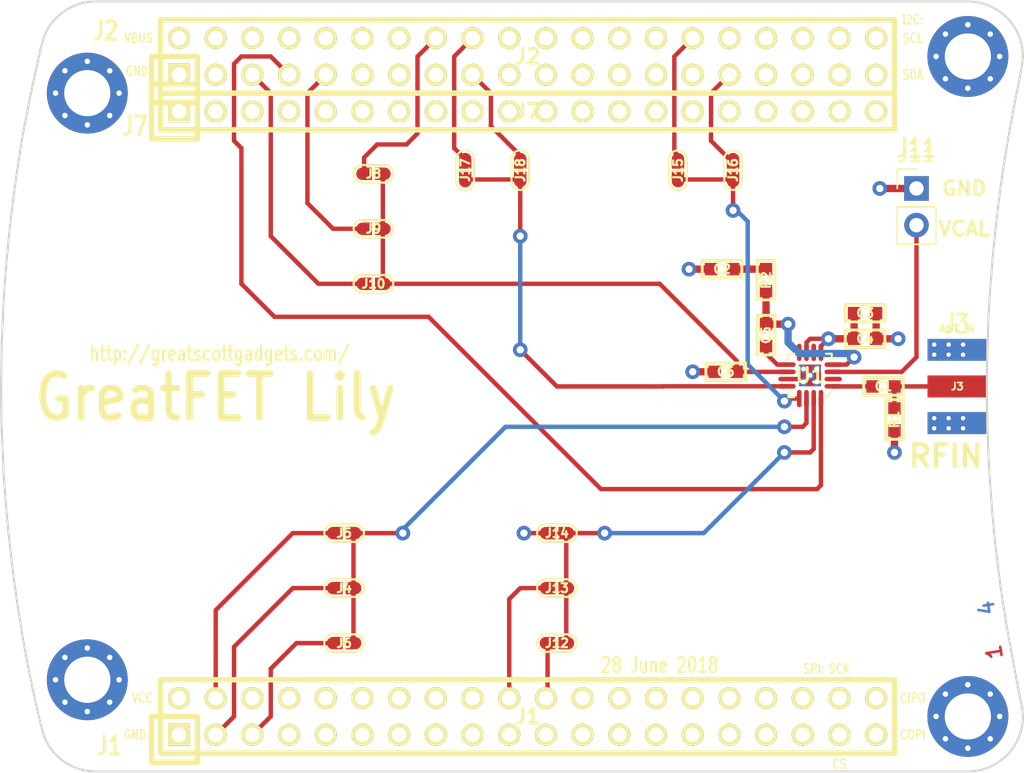
<source format=kicad_pcb>
(kicad_pcb (version 4) (host pcbnew 4.0.7-e2-6376~61~ubuntu18.04.1)
  (layers (0 F.Cu signal) (1 C2.Cu power hide) (2 C3.Cu power hide) (31 B.Cu signal) (34 B.Paste user) (35 F.Paste user) (36 B.SilkS user) (37 F.SilkS user) (38 B.Mask user) (39 F.Mask user) (44 Edge.Cuts user))
  (net 0 "")
  (net 1 GND)
  (net 2 VCC)
  (net 3 /RF_IN)
  (net 4 /P4_9)
  (net 5 /P0_0)
  (net 6 /P4_10)
  (net 7 /P0_1)
  (net 8 /P1_0)
  (net 9 /P5_0)
  (net 10 /P5_1)
  (net 11 /P1_1)
  (net 12 /CLK0)
  (net 13 /P1_2)
  (net 14 /P1_5)
  (net 15 /P5_2)
  (net 16 /P1_7)
  (net 17 /P1_6)
  (net 18 /P1_9)
  (net 19 /P1_8)
  (net 20 /P5_3)
  (net 21 /P1_10)
  (net 22 /P1_12)
  (net 23 /P1_11)
  (net 24 /P5_5)
  (net 25 /P5_4)
  (net 26 /P1_14)
  (net 27 /P1_13)
  (net 28 /P5_6)
  (net 29 /P1_15)
  (net 30 /P5_7)
  (net 31 /P1_16)
  (net 32 /P1_18)
  (net 33 /P1_17)
  (net 34 /P9_5)
  (net 35 /P9_6)
  (net 36 /P2_0)
  (net 37 /P6_0)
  (net 38 /P1_20)
  (net 39 /P1_19)
  (net 40 /P1_4)
  (net 41 /P1_3)
  (net 42 /P4_8)
  (net 43 /P4_0)
  (net 44 /ADC0_0)
  (net 45 /P4_5)
  (net 46 /P4_4)
  (net 47 /P4_2)
  (net 48 /P4_3)
  (net 49 /P4_6)
  (net 50 /P4_7)
  (net 51 /CLK2)
  (net 52 /P2_8)
  (net 53 /P2_7)
  (net 54 /P2_6)
  (net 55 /P7_7)
  (net 56 /WAKEUP0)
  (net 57 /P2_5)
  (net 58 /P2_4)
  (net 59 /P2_3)
  (net 60 /PF_4)
  (net 61 /P3_2)
  (net 62 /P7_2)
  (net 63 /P3_1)
  (net 64 /P7_1)
  (net 65 /P3_0)
  (net 66 /P7_0)
  (net 67 /P3_4)
  (net 68 /P6_8)
  (net 69 /P3_7)
  (net 70 /P6_7)
  (net 71 /P3_3)
  (net 72 /P2_2)
  (net 73 /P6_6)
  (net 74 /P2_1)
  (net 75 /P6_3)
  (net 76 /P3_5)
  (net 77 /P3_6)
  (net 78 /I2C0_SDA)
  (net 79 /I2C0_SCL)
  (net 80 /P6_4)
  (net 81 /P6_5)
  (net 82 /ADC0_5)
  (net 83 /ADC0_2)
  (net 84 /P2_9)
  (net 85 /P2_12)
  (net 86 /P2_13)
  (net 87 /RTC_ALARM)
  (net 88 /RESET)
  (net 89 /VBAT)
  (net 90 /P2_11)
  (net 91 /P2_10)
  (net 92 /P6_10)
  (net 93 /P6_9)
  (net 94 /P6_2)
  (net 95 /P6_1)
  (net 96 /VOUT)
  (net 97 "Net-(C1-Pad2)")
  (net 98 "Net-(C2-Pad1)")
  (net 99 /rms_avg)
  (net 100 "Net-(C5-Pad1)")
  (net 101 /ENBL)
  (net 102 "Net-(U1-Pad6)")
  (net 103 "Net-(U1-Pad2)")
  (net 104 "Net-(U1-Pad8)")
  (net 105 /VBUS)
  (net 106 "Net-(J11-Pad2)")
  (net 107 "Net-(J12-Pad2)")
  (net 108 "Net-(J15-Pad1)")
  (net 109 "Net-(J17-Pad1)")
  (module gsg-modules:HEADER-1x20 (layer F.Cu) (at 146.05 76.2)
    (fp_text reference J7 (at 0 0) (layer F.SilkS) (effects (font (size 1.016 1.016) (thickness 0.2032))))
    (fp_text value BONUS_ROW hide)
    (pad 1 thru_hole rect (at -24.13 0) (size 1.524 1.524) (drill 1.016) (layers *.Cu *.Mask F.SilkS) (net 1 GND))
    (pad 2 thru_hole circle (at -21.59 0) (size 1.524 1.524) (drill 1.016) (layers *.Cu *.Mask F.SilkS) (net 80 /P6_4))
    (pad 3 thru_hole circle (at -19.05 0) (size 1.524 1.524) (drill 1.016) (layers *.Cu *.Mask F.SilkS) (net 81 /P6_5))
    (pad 4 thru_hole circle (at -16.51 0) (size 1.524 1.524) (drill 1.016) (layers *.Cu *.Mask F.SilkS) (net 82 /ADC0_5))
    (pad 5 thru_hole circle (at -13.97 0) (size 1.524 1.524) (drill 1.016) (layers *.Cu *.Mask F.SilkS) (net 83 /ADC0_2))
    (pad 6 thru_hole circle (at -11.43 0) (size 1.524 1.524) (drill 1.016) (layers *.Cu *.Mask F.SilkS) (net 84 /P2_9))
    (pad 7 thru_hole circle (at -8.89 0) (size 1.524 1.524) (drill 1.016) (layers *.Cu *.Mask F.SilkS) (net 85 /P2_12))
    (pad 8 thru_hole circle (at -6.35 0) (size 1.524 1.524) (drill 1.016) (layers *.Cu *.Mask F.SilkS) (net 86 /P2_13))
    (pad 9 thru_hole circle (at -3.81 0) (size 1.524 1.524) (drill 1.016) (layers *.Cu *.Mask F.SilkS) (net 87 /RTC_ALARM))
    (pad 10 thru_hole circle (at -1.27 0) (size 1.524 1.524) (drill 1.016) (layers *.Cu *.Mask F.SilkS) (net 1 GND))
    (pad 11 thru_hole circle (at 1.27 0) (size 1.524 1.524) (drill 1.016) (layers *.Cu *.Mask F.SilkS) (net 88 /RESET))
    (pad 12 thru_hole circle (at 3.81 0) (size 1.524 1.524) (drill 1.016) (layers *.Cu *.Mask F.SilkS) (net 89 /VBAT))
    (pad 13 thru_hole circle (at 6.35 0) (size 1.524 1.524) (drill 1.016) (layers *.Cu *.Mask F.SilkS) (net 90 /P2_11))
    (pad 14 thru_hole circle (at 8.89 0) (size 1.524 1.524) (drill 1.016) (layers *.Cu *.Mask F.SilkS) (net 91 /P2_10))
    (pad 15 thru_hole circle (at 11.43 0) (size 1.524 1.524) (drill 1.016) (layers *.Cu *.Mask F.SilkS) (net 92 /P6_10))
    (pad 16 thru_hole circle (at 13.97 0) (size 1.524 1.524) (drill 1.016) (layers *.Cu *.Mask F.SilkS) (net 93 /P6_9))
    (pad 17 thru_hole circle (at 16.51 0) (size 1.524 1.524) (drill 1.016) (layers *.Cu *.Mask F.SilkS) (net 94 /P6_2))
    (pad 18 thru_hole circle (at 19.05 0) (size 1.524 1.524) (drill 1.016) (layers *.Cu *.Mask F.SilkS) (net 95 /P6_1))
    (pad 19 thru_hole circle (at 21.59 0) (size 1.524 1.524) (drill 1.016) (layers *.Cu *.Mask F.SilkS) (net 1 GND))
    (pad 20 thru_hole circle (at 24.13 0) (size 1.524 1.524) (drill 1.016) (layers *.Cu *.Mask F.SilkS) (net 2 VCC))
  )
  (module gsg-modules:HEADER-2x20 (layer F.Cu) (at 146.05 118.11)
    (fp_text reference J1 (at 0 0) (layer F.SilkS) (effects (font (size 1.016 1.016) (thickness 0.2032))))
    (fp_text value NEIGHBOR1 hide)
    (pad 1 thru_hole rect (at -24.13 1.27) (size 1.524 1.524) (drill 1.016) (layers *.Cu *.Mask F.SilkS) (net 1 GND))
    (pad 2 thru_hole circle (at -24.13 -1.27) (size 1.524 1.524) (drill 1.016) (layers *.Cu *.Mask F.SilkS) (net 2 VCC))
    (pad 3 thru_hole circle (at -21.59 1.27) (size 1.524 1.524) (drill 1.016) (layers *.Cu *.Mask F.SilkS) (net 4 /P4_9))
    (pad 4 thru_hole circle (at -21.59 -1.27) (size 1.524 1.524) (drill 1.016) (layers *.Cu *.Mask F.SilkS) (net 5 /P0_0))
    (pad 5 thru_hole circle (at -19.05 1.27) (size 1.524 1.524) (drill 1.016) (layers *.Cu *.Mask F.SilkS) (net 6 /P4_10))
    (pad 6 thru_hole circle (at -19.05 -1.27) (size 1.524 1.524) (drill 1.016) (layers *.Cu *.Mask F.SilkS) (net 7 /P0_1))
    (pad 7 thru_hole circle (at -16.51 1.27) (size 1.524 1.524) (drill 1.016) (layers *.Cu *.Mask F.SilkS) (net 8 /P1_0))
    (pad 8 thru_hole circle (at -16.51 -1.27) (size 1.524 1.524) (drill 1.016) (layers *.Cu *.Mask F.SilkS) (net 9 /P5_0))
    (pad 9 thru_hole circle (at -13.97 1.27) (size 1.524 1.524) (drill 1.016) (layers *.Cu *.Mask F.SilkS) (net 10 /P5_1))
    (pad 10 thru_hole circle (at -13.97 -1.27) (size 1.524 1.524) (drill 1.016) (layers *.Cu *.Mask F.SilkS) (net 11 /P1_1))
    (pad 11 thru_hole circle (at -11.43 1.27) (size 1.524 1.524) (drill 1.016) (layers *.Cu *.Mask F.SilkS) (net 12 /CLK0))
    (pad 12 thru_hole circle (at -11.43 -1.27) (size 1.524 1.524) (drill 1.016) (layers *.Cu *.Mask F.SilkS) (net 13 /P1_2))
    (pad 13 thru_hole circle (at -8.89 1.27) (size 1.524 1.524) (drill 1.016) (layers *.Cu *.Mask F.SilkS) (net 14 /P1_5))
    (pad 14 thru_hole circle (at -8.89 -1.27) (size 1.524 1.524) (drill 1.016) (layers *.Cu *.Mask F.SilkS) (net 15 /P5_2))
    (pad 15 thru_hole circle (at -6.35 1.27) (size 1.524 1.524) (drill 1.016) (layers *.Cu *.Mask F.SilkS) (net 16 /P1_7))
    (pad 16 thru_hole circle (at -6.35 -1.27) (size 1.524 1.524) (drill 1.016) (layers *.Cu *.Mask F.SilkS) (net 17 /P1_6))
    (pad 17 thru_hole circle (at -3.81 1.27) (size 1.524 1.524) (drill 1.016) (layers *.Cu *.Mask F.SilkS) (net 18 /P1_9))
    (pad 18 thru_hole circle (at -3.81 -1.27) (size 1.524 1.524) (drill 1.016) (layers *.Cu *.Mask F.SilkS) (net 19 /P1_8))
    (pad 19 thru_hole circle (at -1.27 1.27) (size 1.524 1.524) (drill 1.016) (layers *.Cu *.Mask F.SilkS) (net 20 /P5_3))
    (pad 20 thru_hole circle (at -1.27 -1.27) (size 1.524 1.524) (drill 1.016) (layers *.Cu *.Mask F.SilkS) (net 21 /P1_10))
    (pad 21 thru_hole circle (at 1.27 1.27) (size 1.524 1.524) (drill 1.016) (layers *.Cu *.Mask F.SilkS) (net 22 /P1_12))
    (pad 22 thru_hole circle (at 1.27 -1.27) (size 1.524 1.524) (drill 1.016) (layers *.Cu *.Mask F.SilkS) (net 23 /P1_11))
    (pad 23 thru_hole circle (at 3.81 1.27) (size 1.524 1.524) (drill 1.016) (layers *.Cu *.Mask F.SilkS) (net 24 /P5_5))
    (pad 24 thru_hole circle (at 3.81 -1.27) (size 1.524 1.524) (drill 1.016) (layers *.Cu *.Mask F.SilkS) (net 25 /P5_4))
    (pad 25 thru_hole circle (at 6.35 1.27) (size 1.524 1.524) (drill 1.016) (layers *.Cu *.Mask F.SilkS) (net 26 /P1_14))
    (pad 26 thru_hole circle (at 6.35 -1.27) (size 1.524 1.524) (drill 1.016) (layers *.Cu *.Mask F.SilkS) (net 27 /P1_13))
    (pad 27 thru_hole circle (at 8.89 1.27) (size 1.524 1.524) (drill 1.016) (layers *.Cu *.Mask F.SilkS) (net 28 /P5_6))
    (pad 28 thru_hole circle (at 8.89 -1.27) (size 1.524 1.524) (drill 1.016) (layers *.Cu *.Mask F.SilkS) (net 29 /P1_15))
    (pad 29 thru_hole circle (at 11.43 1.27) (size 1.524 1.524) (drill 1.016) (layers *.Cu *.Mask F.SilkS) (net 30 /P5_7))
    (pad 30 thru_hole circle (at 11.43 -1.27) (size 1.524 1.524) (drill 1.016) (layers *.Cu *.Mask F.SilkS) (net 31 /P1_16))
    (pad 31 thru_hole circle (at 13.97 1.27) (size 1.524 1.524) (drill 1.016) (layers *.Cu *.Mask F.SilkS) (net 32 /P1_18))
    (pad 32 thru_hole circle (at 13.97 -1.27) (size 1.524 1.524) (drill 1.016) (layers *.Cu *.Mask F.SilkS) (net 33 /P1_17))
    (pad 33 thru_hole circle (at 16.51 1.27) (size 1.524 1.524) (drill 1.016) (layers *.Cu *.Mask F.SilkS) (net 34 /P9_5))
    (pad 34 thru_hole circle (at 16.51 -1.27) (size 1.524 1.524) (drill 1.016) (layers *.Cu *.Mask F.SilkS) (net 35 /P9_6))
    (pad 35 thru_hole circle (at 19.05 1.27) (size 1.524 1.524) (drill 1.016) (layers *.Cu *.Mask F.SilkS) (net 36 /P2_0))
    (pad 36 thru_hole circle (at 19.05 -1.27) (size 1.524 1.524) (drill 1.016) (layers *.Cu *.Mask F.SilkS) (net 37 /P6_0))
    (pad 37 thru_hole circle (at 21.59 1.27) (size 1.524 1.524) (drill 1.016) (layers *.Cu *.Mask F.SilkS) (net 38 /P1_20))
    (pad 38 thru_hole circle (at 21.59 -1.27) (size 1.524 1.524) (drill 1.016) (layers *.Cu *.Mask F.SilkS) (net 39 /P1_19))
    (pad 39 thru_hole circle (at 24.13 1.27) (size 1.524 1.524) (drill 1.016) (layers *.Cu *.Mask F.SilkS) (net 40 /P1_4))
    (pad 40 thru_hole circle (at 24.13 -1.27) (size 1.524 1.524) (drill 1.016) (layers *.Cu *.Mask F.SilkS) (net 41 /P1_3))
  )
  (module gsg-modules:HEADER-2x20 (layer F.Cu) (at 146.05 72.39)
    (fp_text reference J2 (at 0 0) (layer F.SilkS) (effects (font (size 1.016 1.016) (thickness 0.2032))))
    (fp_text value NEIGHBOR2 hide)
    (pad 1 thru_hole rect (at -24.13 1.27) (size 1.524 1.524) (drill 1.016) (layers *.Cu *.Mask F.SilkS) (net 1 GND))
    (pad 2 thru_hole circle (at -24.13 -1.27) (size 1.524 1.524) (drill 1.016) (layers *.Cu *.Mask F.SilkS) (net 105 /VBUS))
    (pad 3 thru_hole circle (at -21.59 1.27) (size 1.524 1.524) (drill 1.016) (layers *.Cu *.Mask F.SilkS) (net 42 /P4_8))
    (pad 4 thru_hole circle (at -21.59 -1.27) (size 1.524 1.524) (drill 1.016) (layers *.Cu *.Mask F.SilkS) (net 43 /P4_0))
    (pad 5 thru_hole circle (at -19.05 1.27) (size 1.524 1.524) (drill 1.016) (layers *.Cu *.Mask F.SilkS) (net 44 /ADC0_0))
    (pad 6 thru_hole circle (at -19.05 -1.27) (size 1.524 1.524) (drill 1.016) (layers *.Cu *.Mask F.SilkS) (net 45 /P4_5))
    (pad 7 thru_hole circle (at -16.51 1.27) (size 1.524 1.524) (drill 1.016) (layers *.Cu *.Mask F.SilkS) (net 46 /P4_4))
    (pad 8 thru_hole circle (at -16.51 -1.27) (size 1.524 1.524) (drill 1.016) (layers *.Cu *.Mask F.SilkS) (net 47 /P4_2))
    (pad 9 thru_hole circle (at -13.97 1.27) (size 1.524 1.524) (drill 1.016) (layers *.Cu *.Mask F.SilkS) (net 48 /P4_3))
    (pad 10 thru_hole circle (at -13.97 -1.27) (size 1.524 1.524) (drill 1.016) (layers *.Cu *.Mask F.SilkS) (net 49 /P4_6))
    (pad 11 thru_hole circle (at -11.43 1.27) (size 1.524 1.524) (drill 1.016) (layers *.Cu *.Mask F.SilkS) (net 50 /P4_7))
    (pad 12 thru_hole circle (at -11.43 -1.27) (size 1.524 1.524) (drill 1.016) (layers *.Cu *.Mask F.SilkS) (net 51 /CLK2))
    (pad 13 thru_hole circle (at -8.89 1.27) (size 1.524 1.524) (drill 1.016) (layers *.Cu *.Mask F.SilkS) (net 52 /P2_8))
    (pad 14 thru_hole circle (at -8.89 -1.27) (size 1.524 1.524) (drill 1.016) (layers *.Cu *.Mask F.SilkS) (net 53 /P2_7))
    (pad 15 thru_hole circle (at -6.35 1.27) (size 1.524 1.524) (drill 1.016) (layers *.Cu *.Mask F.SilkS) (net 54 /P2_6))
    (pad 16 thru_hole circle (at -6.35 -1.27) (size 1.524 1.524) (drill 1.016) (layers *.Cu *.Mask F.SilkS) (net 55 /P7_7))
    (pad 17 thru_hole circle (at -3.81 1.27) (size 1.524 1.524) (drill 1.016) (layers *.Cu *.Mask F.SilkS) (net 56 /WAKEUP0))
    (pad 18 thru_hole circle (at -3.81 -1.27) (size 1.524 1.524) (drill 1.016) (layers *.Cu *.Mask F.SilkS) (net 57 /P2_5))
    (pad 19 thru_hole circle (at -1.27 1.27) (size 1.524 1.524) (drill 1.016) (layers *.Cu *.Mask F.SilkS) (net 58 /P2_4))
    (pad 20 thru_hole circle (at -1.27 -1.27) (size 1.524 1.524) (drill 1.016) (layers *.Cu *.Mask F.SilkS) (net 59 /P2_3))
    (pad 21 thru_hole circle (at 1.27 1.27) (size 1.524 1.524) (drill 1.016) (layers *.Cu *.Mask F.SilkS) (net 60 /PF_4))
    (pad 22 thru_hole circle (at 1.27 -1.27) (size 1.524 1.524) (drill 1.016) (layers *.Cu *.Mask F.SilkS) (net 61 /P3_2))
    (pad 23 thru_hole circle (at 3.81 1.27) (size 1.524 1.524) (drill 1.016) (layers *.Cu *.Mask F.SilkS) (net 62 /P7_2))
    (pad 24 thru_hole circle (at 3.81 -1.27) (size 1.524 1.524) (drill 1.016) (layers *.Cu *.Mask F.SilkS) (net 63 /P3_1))
    (pad 25 thru_hole circle (at 6.35 1.27) (size 1.524 1.524) (drill 1.016) (layers *.Cu *.Mask F.SilkS) (net 64 /P7_1))
    (pad 26 thru_hole circle (at 6.35 -1.27) (size 1.524 1.524) (drill 1.016) (layers *.Cu *.Mask F.SilkS) (net 65 /P3_0))
    (pad 27 thru_hole circle (at 8.89 1.27) (size 1.524 1.524) (drill 1.016) (layers *.Cu *.Mask F.SilkS) (net 66 /P7_0))
    (pad 28 thru_hole circle (at 8.89 -1.27) (size 1.524 1.524) (drill 1.016) (layers *.Cu *.Mask F.SilkS) (net 67 /P3_4))
    (pad 29 thru_hole circle (at 11.43 1.27) (size 1.524 1.524) (drill 1.016) (layers *.Cu *.Mask F.SilkS) (net 68 /P6_8))
    (pad 30 thru_hole circle (at 11.43 -1.27) (size 1.524 1.524) (drill 1.016) (layers *.Cu *.Mask F.SilkS) (net 69 /P3_7))
    (pad 31 thru_hole circle (at 13.97 1.27) (size 1.524 1.524) (drill 1.016) (layers *.Cu *.Mask F.SilkS) (net 70 /P6_7))
    (pad 32 thru_hole circle (at 13.97 -1.27) (size 1.524 1.524) (drill 1.016) (layers *.Cu *.Mask F.SilkS) (net 71 /P3_3))
    (pad 33 thru_hole circle (at 16.51 1.27) (size 1.524 1.524) (drill 1.016) (layers *.Cu *.Mask F.SilkS) (net 72 /P2_2))
    (pad 34 thru_hole circle (at 16.51 -1.27) (size 1.524 1.524) (drill 1.016) (layers *.Cu *.Mask F.SilkS) (net 73 /P6_6))
    (pad 35 thru_hole circle (at 19.05 1.27) (size 1.524 1.524) (drill 1.016) (layers *.Cu *.Mask F.SilkS) (net 74 /P2_1))
    (pad 36 thru_hole circle (at 19.05 -1.27) (size 1.524 1.524) (drill 1.016) (layers *.Cu *.Mask F.SilkS) (net 75 /P6_3))
    (pad 37 thru_hole circle (at 21.59 1.27) (size 1.524 1.524) (drill 1.016) (layers *.Cu *.Mask F.SilkS) (net 76 /P3_5))
    (pad 38 thru_hole circle (at 21.59 -1.27) (size 1.524 1.524) (drill 1.016) (layers *.Cu *.Mask F.SilkS) (net 77 /P3_6))
    (pad 39 thru_hole circle (at 24.13 1.27) (size 1.524 1.524) (drill 1.016) (layers *.Cu *.Mask F.SilkS) (net 78 /I2C0_SDA))
    (pad 40 thru_hole circle (at 24.13 -1.27) (size 1.524 1.524) (drill 1.016) (layers *.Cu *.Mask F.SilkS) (net 79 /I2C0_SCL))
  )
  (module gsg-modules:HOLE126MIL-COPPER (layer F.Cu) (at 115.57 74.93)
    (fp_text reference MH1 hide)
    (fp_text value MOUNTING_HOLE hide)
    (pad 1 thru_hole circle (at 0 0) (size 5.6 5.6) (drill 3.2004) (layers *.Cu *.Mask) (net 1 GND))
    (pad 1 thru_hole circle (at 0 -2.2) (size 0.6 0.6) (drill 0.381) (layers *.Cu *.Mask) (net 1 GND))
    (pad 1 thru_hole circle (at -2.2 0) (size 0.6 0.6) (drill 0.381) (layers *.Cu *.Mask) (net 1 GND))
    (pad 1 thru_hole circle (at 0 2.2) (size 0.6 0.6) (drill 0.381) (layers *.Cu *.Mask) (net 1 GND))
    (pad 1 thru_hole circle (at 2.2 0) (size 0.6 0.6) (drill 0.381) (layers *.Cu *.Mask) (net 1 GND))
    (pad 1 thru_hole circle (at 1.55 -1.55) (size 0.6 0.6) (drill 0.381) (layers *.Cu *.Mask) (net 1 GND))
    (pad 1 thru_hole circle (at -1.55 -1.55) (size 0.6 0.6) (drill 0.381) (layers *.Cu *.Mask) (net 1 GND))
    (pad 1 thru_hole circle (at -1.55 1.55) (size 0.6 0.6) (drill 0.381) (layers *.Cu *.Mask) (net 1 GND))
    (pad 1 thru_hole circle (at 1.55 1.55) (size 0.6 0.6) (drill 0.381) (layers *.Cu *.Mask) (net 1 GND))
  )
  (module gsg-modules:HOLE126MIL-COPPER (layer F.Cu) (at 115.57 115.57)
    (fp_text reference MH2 hide)
    (fp_text value MOUNTING_HOLE hide)
    (pad 1 thru_hole circle (at 0 0) (size 5.6 5.6) (drill 3.2004) (layers *.Cu *.Mask) (net 1 GND))
    (pad 1 thru_hole circle (at 0 -2.2) (size 0.6 0.6) (drill 0.381) (layers *.Cu *.Mask) (net 1 GND))
    (pad 1 thru_hole circle (at -2.2 0) (size 0.6 0.6) (drill 0.381) (layers *.Cu *.Mask) (net 1 GND))
    (pad 1 thru_hole circle (at 0 2.2) (size 0.6 0.6) (drill 0.381) (layers *.Cu *.Mask) (net 1 GND))
    (pad 1 thru_hole circle (at 2.2 0) (size 0.6 0.6) (drill 0.381) (layers *.Cu *.Mask) (net 1 GND))
    (pad 1 thru_hole circle (at 1.55 -1.55) (size 0.6 0.6) (drill 0.381) (layers *.Cu *.Mask) (net 1 GND))
    (pad 1 thru_hole circle (at -1.55 -1.55) (size 0.6 0.6) (drill 0.381) (layers *.Cu *.Mask) (net 1 GND))
    (pad 1 thru_hole circle (at -1.55 1.55) (size 0.6 0.6) (drill 0.381) (layers *.Cu *.Mask) (net 1 GND))
    (pad 1 thru_hole circle (at 1.55 1.55) (size 0.6 0.6) (drill 0.381) (layers *.Cu *.Mask) (net 1 GND))
  )
  (module gsg-modules:HOLE126MIL-COPPER (layer F.Cu) (at 176.53 118.11)
    (fp_text reference MH3 hide)
    (fp_text value MOUNTING_HOLE hide)
    (pad 1 thru_hole circle (at 0 0) (size 5.6 5.6) (drill 3.2004) (layers *.Cu *.Mask) (net 1 GND))
    (pad 1 thru_hole circle (at 0 -2.2) (size 0.6 0.6) (drill 0.381) (layers *.Cu *.Mask) (net 1 GND))
    (pad 1 thru_hole circle (at -2.2 0) (size 0.6 0.6) (drill 0.381) (layers *.Cu *.Mask) (net 1 GND))
    (pad 1 thru_hole circle (at 0 2.2) (size 0.6 0.6) (drill 0.381) (layers *.Cu *.Mask) (net 1 GND))
    (pad 1 thru_hole circle (at 2.2 0) (size 0.6 0.6) (drill 0.381) (layers *.Cu *.Mask) (net 1 GND))
    (pad 1 thru_hole circle (at 1.55 -1.55) (size 0.6 0.6) (drill 0.381) (layers *.Cu *.Mask) (net 1 GND))
    (pad 1 thru_hole circle (at -1.55 -1.55) (size 0.6 0.6) (drill 0.381) (layers *.Cu *.Mask) (net 1 GND))
    (pad 1 thru_hole circle (at -1.55 1.55) (size 0.6 0.6) (drill 0.381) (layers *.Cu *.Mask) (net 1 GND))
    (pad 1 thru_hole circle (at 1.55 1.55) (size 0.6 0.6) (drill 0.381) (layers *.Cu *.Mask) (net 1 GND))
  )
  (module gsg-modules:HOLE126MIL-COPPER (layer F.Cu) (at 176.53 72.39)
    (fp_text reference MH4 hide)
    (fp_text value MOUNTING_HOLE hide)
    (pad 1 thru_hole circle (at 0 0) (size 5.6 5.6) (drill 3.2004) (layers *.Cu *.Mask) (net 1 GND))
    (pad 1 thru_hole circle (at 0 -2.2) (size 0.6 0.6) (drill 0.381) (layers *.Cu *.Mask) (net 1 GND))
    (pad 1 thru_hole circle (at -2.2 0) (size 0.6 0.6) (drill 0.381) (layers *.Cu *.Mask) (net 1 GND))
    (pad 1 thru_hole circle (at 0 2.2) (size 0.6 0.6) (drill 0.381) (layers *.Cu *.Mask) (net 1 GND))
    (pad 1 thru_hole circle (at 2.2 0) (size 0.6 0.6) (drill 0.381) (layers *.Cu *.Mask) (net 1 GND))
    (pad 1 thru_hole circle (at 1.55 -1.55) (size 0.6 0.6) (drill 0.381) (layers *.Cu *.Mask) (net 1 GND))
    (pad 1 thru_hole circle (at -1.55 -1.55) (size 0.6 0.6) (drill 0.381) (layers *.Cu *.Mask) (net 1 GND))
    (pad 1 thru_hole circle (at -1.55 1.55) (size 0.6 0.6) (drill 0.381) (layers *.Cu *.Mask) (net 1 GND))
    (pad 1 thru_hole circle (at 1.55 1.55) (size 0.6 0.6) (drill 0.381) (layers *.Cu *.Mask) (net 1 GND))
  )
  (module gsg-modules:SMA-EDGE (layer F.Cu) (at 177.8 95.25 180)
    (fp_text reference J3 (at 1.99898 0 180) (layer F.SilkS) (effects (font (size 0.50038 0.50038) (thickness 0.12446))))
    (fp_text value ANT_IN (at 1.99898 4.0005 180) (layer F.SilkS) (effects (font (size 0.50038 0.50038) (thickness 0.12446))))
    (pad 1 smd rect (at 2.032 0 180) (size 4.064 1.524) (layers F.Cu F.Mask) (net 97 "Net-(C1-Pad2)"))
    (pad 2 smd rect (at 2.032 -2.54 180) (size 4.064 1.524) (layers F.Cu F.Mask) (net 1 GND))
    (pad 2 smd rect (at 2.032 2.54 180) (size 4.064 1.524) (layers B.Cu) (net 1 GND))
    (pad 2 smd rect (at 2.032 -2.54 180) (size 4.064 1.524) (layers B.Cu) (net 1 GND))
    (pad 2 smd rect (at 2.032 2.54 180) (size 4.064 1.524) (layers F.Cu F.Mask) (net 1 GND))
    (pad 2 thru_hole circle (at 3.6 -2.2 180) (size 0.762 0.762) (drill 0.3048) (layers *.Cu *.Mask) (net 1 GND))
    (pad 2 thru_hole circle (at 3.6 -2.9 180) (size 0.762 0.762) (drill 0.3048) (layers *.Cu *.Mask) (net 1 GND))
    (pad 2 thru_hole circle (at 2.6 -2.2 180) (size 0.762 0.762) (drill 0.3048) (layers *.Cu *.Mask) (net 1 GND))
    (pad 2 thru_hole circle (at 1.6 -2.2 180) (size 0.762 0.762) (drill 0.3048) (layers *.Cu *.Mask) (net 1 GND))
    (pad 2 thru_hole circle (at 1.6 -2.9 180) (size 0.762 0.762) (drill 0.3048) (layers *.Cu *.Mask) (net 1 GND))
    (pad 2 thru_hole circle (at 2.6 -2.9 180) (size 0.762 0.762) (drill 0.3048) (layers *.Cu *.Mask) (net 1 GND))
    (pad 2 thru_hole circle (at 3.6 2.2 180) (size 0.762 0.762) (drill 0.3048) (layers *.Cu *.Mask) (net 1 GND))
    (pad 2 thru_hole circle (at 2.6 2.2 180) (size 0.762 0.762) (drill 0.3048) (layers *.Cu *.Mask) (net 1 GND))
    (pad 2 thru_hole circle (at 1.6 2.2 180) (size 0.762 0.762) (drill 0.3048) (layers *.Cu *.Mask) (net 1 GND))
    (pad 2 thru_hole circle (at 1.6 2.9 180) (size 0.762 0.762) (drill 0.3048) (layers *.Cu *.Mask) (net 1 GND))
    (pad 2 thru_hole circle (at 2.6 2.9 180) (size 0.762 0.762) (drill 0.3048) (layers *.Cu *.Mask) (net 1 GND))
    (pad 2 thru_hole circle (at 3.6 2.9 180) (size 0.762 0.762) (drill 0.3048) (layers *.Cu *.Mask) (net 1 GND))
  )
  (module gsg-modules:0603 (layer F.Cu) (at 170.688 95.25)
    (fp_text reference C1 (at 0 0) (layer F.SilkS) (effects (font (size 0.6096 0.6096) (thickness 0.1524))))
    (fp_text value 470nF hide)
    (pad 2 smd rect (at 0.762 0) (size 0.8636 0.8636) (layers F.Cu F.Paste F.Mask) (net 97 "Net-(C1-Pad2)"))
    (pad 1 smd rect (at -0.762 0) (size 0.8636 0.8636) (layers F.Cu F.Paste F.Mask) (net 3 /RF_IN))
  )
  (module gsg-modules:0603 (layer F.Cu) (at 159.512 87.122 180)
    (fp_text reference C2 (at 0 0 180) (layer F.SilkS) (effects (font (size 0.6096 0.6096) (thickness 0.1524))))
    (fp_text value 100nF hide)
    (pad 2 smd rect (at 0.762 0 180) (size 0.8636 0.8636) (layers F.Cu F.Paste F.Mask) (net 1 GND))
    (pad 1 smd rect (at -0.762 0 180) (size 0.8636 0.8636) (layers F.Cu F.Paste F.Mask) (net 98 "Net-(C2-Pad1)"))
  )
  (module gsg-modules:0603 (layer F.Cu) (at 169.418 90.17)
    (fp_text reference C3 (at 0 0) (layer F.SilkS) (effects (font (size 0.6096 0.6096) (thickness 0.1524))))
    (fp_text value 100nF hide)
    (pad 2 smd rect (at 0.762 0) (size 0.8636 0.8636) (layers F.Cu F.Paste F.Mask) (net 1 GND))
    (pad 1 smd rect (at -0.762 0) (size 0.8636 0.8636) (layers F.Cu F.Paste F.Mask) (net 2 VCC))
  )
  (module gsg-modules:0603 (layer F.Cu) (at 169.418 91.948)
    (fp_text reference C4 (at 0 0) (layer F.SilkS) (effects (font (size 0.6096 0.6096) (thickness 0.1524))))
    (fp_text value 100pF hide)
    (pad 2 smd rect (at 0.762 0) (size 0.8636 0.8636) (layers F.Cu F.Paste F.Mask) (net 1 GND))
    (pad 1 smd rect (at -0.762 0) (size 0.8636 0.8636) (layers F.Cu F.Paste F.Mask) (net 2 VCC))
  )
  (module gsg-modules:0603 (layer F.Cu) (at 162.56 91.694 90)
    (fp_text reference C5 (at 0 0 90) (layer F.SilkS) (effects (font (size 0.6096 0.6096) (thickness 0.1524))))
    (fp_text value 100nF hide)
    (pad 2 smd rect (at 0.762 0 90) (size 0.8636 0.8636) (layers F.Cu F.Paste F.Mask) (net 99 /rms_avg))
    (pad 1 smd rect (at -0.762 0 90) (size 0.8636 0.8636) (layers F.Cu F.Paste F.Mask) (net 100 "Net-(C5-Pad1)"))
  )
  (module gsg-modules:0603 (layer F.Cu) (at 159.766 94.234 180)
    (fp_text reference C6 (at 0 0 180) (layer F.SilkS) (effects (font (size 0.6096 0.6096) (thickness 0.1524))))
    (fp_text value 10nF hide)
    (pad 2 smd rect (at 0.762 0 180) (size 0.8636 0.8636) (layers F.Cu F.Paste F.Mask) (net 1 GND))
    (pad 1 smd rect (at -0.762 0 180) (size 0.8636 0.8636) (layers F.Cu F.Paste F.Mask) (net 96 /VOUT))
  )
  (module gsg-modules:0603-JUMPER (layer F.Cu) (at 133.35 109.22 180)
    (fp_text reference J4 (at 0 0 180) (layer F.SilkS) (effects (font (size 0.6096 0.6096) (thickness 0.1524))))
    (fp_text value TEST_2P hide)
    (pad 1 smd oval (at -0.6477 0 180) (size 1.0922 0.8636) (layers F.Cu F.Mask) (net 101 /ENBL))
    (pad 2 smd rect (at 0.3556 0 180) (size 0.508 0.8636) (layers F.Cu F.Mask) (net 4 /P4_9))
    (pad 1 smd rect (at -0.3556 0 180) (size 0.508 0.8636) (layers F.Cu F.Mask) (net 101 /ENBL))
    (pad 2 smd oval (at 0.6477 0 180) (size 1.0922 0.8636) (layers F.Cu F.Mask) (net 4 /P4_9))
  )
  (module gsg-modules:0603-JUMPER (layer F.Cu) (at 133.35 105.41 180)
    (fp_text reference J5 (at 0 0 180) (layer F.SilkS) (effects (font (size 0.6096 0.6096) (thickness 0.1524))))
    (fp_text value TEST_2P hide)
    (pad 1 smd oval (at -0.6477 0 180) (size 1.0922 0.8636) (layers F.Cu F.Mask) (net 101 /ENBL))
    (pad 2 smd rect (at 0.3556 0 180) (size 0.508 0.8636) (layers F.Cu F.Mask) (net 5 /P0_0))
    (pad 1 smd rect (at -0.3556 0 180) (size 0.508 0.8636) (layers F.Cu F.Mask) (net 101 /ENBL))
    (pad 2 smd oval (at 0.6477 0 180) (size 1.0922 0.8636) (layers F.Cu F.Mask) (net 5 /P0_0))
  )
  (module gsg-modules:0603-JUMPER (layer F.Cu) (at 133.35 113.03 180)
    (fp_text reference J6 (at 0 0 180) (layer F.SilkS) (effects (font (size 0.6096 0.6096) (thickness 0.1524))))
    (fp_text value TEST_2P hide)
    (pad 1 smd oval (at -0.6477 0 180) (size 1.0922 0.8636) (layers F.Cu F.Mask) (net 101 /ENBL))
    (pad 2 smd rect (at 0.3556 0 180) (size 0.508 0.8636) (layers F.Cu F.Mask) (net 6 /P4_10))
    (pad 1 smd rect (at -0.3556 0 180) (size 0.508 0.8636) (layers F.Cu F.Mask) (net 101 /ENBL))
    (pad 2 smd oval (at 0.6477 0 180) (size 1.0922 0.8636) (layers F.Cu F.Mask) (net 6 /P4_10))
  )
  (module gsg-modules:0603-JUMPER (layer F.Cu) (at 135.382 80.518 180)
    (fp_text reference J8 (at 0 0 180) (layer F.SilkS) (effects (font (size 0.6096 0.6096) (thickness 0.1524))))
    (fp_text value TEST_2P hide)
    (pad 1 smd oval (at -0.6477 0 180) (size 1.0922 0.8636) (layers F.Cu F.Mask) (net 96 /VOUT))
    (pad 2 smd rect (at 0.3556 0 180) (size 0.508 0.8636) (layers F.Cu F.Mask) (net 55 /P7_7))
    (pad 1 smd rect (at -0.3556 0 180) (size 0.508 0.8636) (layers F.Cu F.Mask) (net 96 /VOUT))
    (pad 2 smd oval (at 0.6477 0 180) (size 1.0922 0.8636) (layers F.Cu F.Mask) (net 55 /P7_7))
  )
  (module gsg-modules:0603-JUMPER (layer F.Cu) (at 135.382 84.328 180)
    (fp_text reference J9 (at 0 0 180) (layer F.SilkS) (effects (font (size 0.6096 0.6096) (thickness 0.1524))))
    (fp_text value TEST_2P hide)
    (pad 1 smd oval (at -0.6477 0 180) (size 1.0922 0.8636) (layers F.Cu F.Mask) (net 96 /VOUT))
    (pad 2 smd rect (at 0.3556 0 180) (size 0.508 0.8636) (layers F.Cu F.Mask) (net 48 /P4_3))
    (pad 1 smd rect (at -0.3556 0 180) (size 0.508 0.8636) (layers F.Cu F.Mask) (net 96 /VOUT))
    (pad 2 smd oval (at 0.6477 0 180) (size 1.0922 0.8636) (layers F.Cu F.Mask) (net 48 /P4_3))
  )
  (module gsg-modules:0603-JUMPER (layer F.Cu) (at 135.382 88.138 180)
    (fp_text reference J10 (at 0 0 180) (layer F.SilkS) (effects (font (size 0.6096 0.6096) (thickness 0.1524))))
    (fp_text value TEST_2P hide)
    (pad 1 smd oval (at -0.6477 0 180) (size 1.0922 0.8636) (layers F.Cu F.Mask) (net 96 /VOUT))
    (pad 2 smd rect (at 0.3556 0 180) (size 0.508 0.8636) (layers F.Cu F.Mask) (net 44 /ADC0_0))
    (pad 1 smd rect (at -0.3556 0 180) (size 0.508 0.8636) (layers F.Cu F.Mask) (net 96 /VOUT))
    (pad 2 smd oval (at 0.6477 0 180) (size 1.0922 0.8636) (layers F.Cu F.Mask) (net 44 /ADC0_0))
  )
  (module gsg-modules:0603 (layer F.Cu) (at 171.45 97.536 270)
    (fp_text reference R1 (at 0 0 270) (layer F.SilkS) (effects (font (size 0.6096 0.6096) (thickness 0.1524))))
    (fp_text value 82.5 hide)
    (pad 2 smd rect (at 0.762 0 270) (size 0.8636 0.8636) (layers F.Cu F.Paste F.Mask) (net 1 GND))
    (pad 1 smd rect (at -0.762 0 270) (size 0.8636 0.8636) (layers F.Cu F.Paste F.Mask) (net 97 "Net-(C1-Pad2)"))
  )
  (module gsg-modules:0603 (layer F.Cu) (at 162.56 87.884 90)
    (fp_text reference R2 (at 0 0 90) (layer F.SilkS) (effects (font (size 0.6096 0.6096) (thickness 0.1524))))
    (fp_text value 4.02 hide)
    (pad 2 smd rect (at 0.762 0 90) (size 0.8636 0.8636) (layers F.Cu F.Paste F.Mask) (net 98 "Net-(C2-Pad1)"))
    (pad 1 smd rect (at -0.762 0 90) (size 0.8636 0.8636) (layers F.Cu F.Paste F.Mask) (net 99 /rms_avg))
  )
  (module Pin_Headers:Pin_Header_Straight_1x02_Pitch2.54mm (layer F.Cu) (at 172.974 81.534)
    (fp_text reference J11 (at 0 -2.33) (layer F.SilkS))
    (fp_text value Conn_01x02)
    (pad 1 thru_hole rect (at 0 0) (size 1.7 1.7) (drill 1) (layers *.Cu *.Mask) (net 1 GND))
    (pad 2 thru_hole oval (at 0 2.54) (size 1.7 1.7) (drill 1) (layers *.Cu *.Mask) (net 106 "Net-(J11-Pad2)"))
  )
  (module gsg-modules:0603-JUMPER (layer F.Cu) (at 148.082 113.03)
    (fp_text reference J12 (at 0 0) (layer F.SilkS) (effects (font (size 0.6096 0.6096) (thickness 0.1524))))
    (fp_text value TEST_2P hide)
    (pad 1 smd oval (at -0.6477 0) (size 1.0922 0.8636) (layers F.Cu F.Mask) (net 23 /P1_11))
    (pad 2 smd rect (at 0.3556 0) (size 0.508 0.8636) (layers F.Cu F.Mask) (net 107 "Net-(J12-Pad2)"))
    (pad 1 smd rect (at -0.3556 0) (size 0.508 0.8636) (layers F.Cu F.Mask) (net 23 /P1_11))
    (pad 2 smd oval (at 0.6477 0) (size 1.0922 0.8636) (layers F.Cu F.Mask) (net 107 "Net-(J12-Pad2)"))
  )
  (module gsg-modules:0603-JUMPER (layer F.Cu) (at 148.082 109.22)
    (fp_text reference J13 (at 0 0) (layer F.SilkS) (effects (font (size 0.6096 0.6096) (thickness 0.1524))))
    (fp_text value TEST_2P hide)
    (pad 1 smd oval (at -0.6477 0) (size 1.0922 0.8636) (layers F.Cu F.Mask) (net 21 /P1_10))
    (pad 2 smd rect (at 0.3556 0) (size 0.508 0.8636) (layers F.Cu F.Mask) (net 107 "Net-(J12-Pad2)"))
    (pad 1 smd rect (at -0.3556 0) (size 0.508 0.8636) (layers F.Cu F.Mask) (net 21 /P1_10))
    (pad 2 smd oval (at 0.6477 0) (size 1.0922 0.8636) (layers F.Cu F.Mask) (net 107 "Net-(J12-Pad2)"))
  )
  (module gsg-modules:0603-JUMPER (layer F.Cu) (at 148.082 105.41)
    (fp_text reference J14 (at 0 0) (layer F.SilkS) (effects (font (size 0.6096 0.6096) (thickness 0.1524))))
    (fp_text value TEST_2P hide)
    (pad 1 smd oval (at -0.6477 0) (size 1.0922 0.8636) (layers F.Cu F.Mask) (net 1 GND))
    (pad 2 smd rect (at 0.3556 0) (size 0.508 0.8636) (layers F.Cu F.Mask) (net 107 "Net-(J12-Pad2)"))
    (pad 1 smd rect (at -0.3556 0) (size 0.508 0.8636) (layers F.Cu F.Mask) (net 1 GND))
    (pad 2 smd oval (at 0.6477 0) (size 1.0922 0.8636) (layers F.Cu F.Mask) (net 107 "Net-(J12-Pad2)"))
  )
  (module gsg-modules:0603-JUMPER (layer F.Cu) (at 156.464 80.264 90)
    (fp_text reference J15 (at 0 0 90) (layer F.SilkS) (effects (font (size 0.6096 0.6096) (thickness 0.1524))))
    (fp_text value TEST_2P hide)
    (pad 1 smd oval (at -0.6477 0 90) (size 1.0922 0.8636) (layers F.Cu F.Mask) (net 108 "Net-(J15-Pad1)"))
    (pad 2 smd rect (at 0.3556 0 90) (size 0.508 0.8636) (layers F.Cu F.Mask) (net 69 /P3_7))
    (pad 1 smd rect (at -0.3556 0 90) (size 0.508 0.8636) (layers F.Cu F.Mask) (net 108 "Net-(J15-Pad1)"))
    (pad 2 smd oval (at 0.6477 0 90) (size 1.0922 0.8636) (layers F.Cu F.Mask) (net 69 /P3_7))
  )
  (module gsg-modules:0603-JUMPER (layer F.Cu) (at 160.274 80.264 90)
    (fp_text reference J16 (at 0 0 90) (layer F.SilkS) (effects (font (size 0.6096 0.6096) (thickness 0.1524))))
    (fp_text value TEST_2P hide)
    (pad 1 smd oval (at -0.6477 0 90) (size 1.0922 0.8636) (layers F.Cu F.Mask) (net 108 "Net-(J15-Pad1)"))
    (pad 2 smd rect (at 0.3556 0 90) (size 0.508 0.8636) (layers F.Cu F.Mask) (net 70 /P6_7))
    (pad 1 smd rect (at -0.3556 0 90) (size 0.508 0.8636) (layers F.Cu F.Mask) (net 108 "Net-(J15-Pad1)"))
    (pad 2 smd oval (at 0.6477 0 90) (size 1.0922 0.8636) (layers F.Cu F.Mask) (net 70 /P6_7))
  )
  (module gsg-modules:0603-JUMPER (layer F.Cu) (at 141.732 80.264 90)
    (fp_text reference J17 (at 0 0 90) (layer F.SilkS) (effects (font (size 0.6096 0.6096) (thickness 0.1524))))
    (fp_text value TEST_2P hide)
    (pad 1 smd oval (at -0.6477 0 90) (size 1.0922 0.8636) (layers F.Cu F.Mask) (net 109 "Net-(J17-Pad1)"))
    (pad 2 smd rect (at 0.3556 0 90) (size 0.508 0.8636) (layers F.Cu F.Mask) (net 57 /P2_5))
    (pad 1 smd rect (at -0.3556 0 90) (size 0.508 0.8636) (layers F.Cu F.Mask) (net 109 "Net-(J17-Pad1)"))
    (pad 2 smd oval (at 0.6477 0 90) (size 1.0922 0.8636) (layers F.Cu F.Mask) (net 57 /P2_5))
  )
  (module gsg-modules:0603-JUMPER (layer F.Cu) (at 145.542 80.264 90)
    (fp_text reference J18 (at 0 0 90) (layer F.SilkS) (effects (font (size 0.6096 0.6096) (thickness 0.1524))))
    (fp_text value TEST_2P hide)
    (pad 1 smd oval (at -0.6477 0 90) (size 1.0922 0.8636) (layers F.Cu F.Mask) (net 109 "Net-(J17-Pad1)"))
    (pad 2 smd rect (at 0.3556 0 90) (size 0.508 0.8636) (layers F.Cu F.Mask) (net 56 /WAKEUP0))
    (pad 1 smd rect (at -0.3556 0 90) (size 0.508 0.8636) (layers F.Cu F.Mask) (net 109 "Net-(J17-Pad1)"))
    (pad 2 smd oval (at 0.6477 0 90) (size 1.0922 0.8636) (layers F.Cu F.Mask) (net 56 /WAKEUP0))
  )
  (module gsg-modules:QFN16-3 (layer F.Cu) (at 165.608 94.488 180)
    (fp_text reference U1 (at 0 0 180) (layer F.SilkS) (effects (font (thickness 0.2032))))
    (fp_text value ADL5904)
    (pad 1 smd oval (at -1.6 -0.75 180) (size 1.2 0.32) (layers F.Cu F.Paste F.Mask) (net 3 /RF_IN))
    (pad 2 smd oval (at -1.6 -0.25 180) (size 1.2 0.32) (layers F.Cu F.Paste F.Mask) (net 103 "Net-(U1-Pad2)"))
    (pad 3 smd oval (at -1.6 0.25 180) (size 1.2 0.32) (layers F.Cu F.Paste F.Mask) (net 106 "Net-(J11-Pad2)"))
    (pad 4 smd oval (at -1.6 0.75 180) (size 1.2 0.32) (layers F.Cu F.Paste F.Mask) (net 99 /rms_avg))
    (pad 5 smd oval (at -0.75 1.6 270) (size 1.2 0.32) (layers F.Cu F.Paste F.Mask) (net 2 VCC))
    (pad 6 smd oval (at -0.25 1.6 270) (size 1.2 0.32) (layers F.Cu F.Paste F.Mask) (net 102 "Net-(U1-Pad6)"))
    (pad 7 smd oval (at 0.25 1.6 270) (size 1.2 0.32) (layers F.Cu F.Paste F.Mask) (net 2 VCC))
    (pad 8 smd oval (at 0.75 1.6 270) (size 1.2 0.32) (layers F.Cu F.Paste F.Mask) (net 104 "Net-(U1-Pad8)"))
    (pad 9 smd oval (at 1.6 0.75 180) (size 1.2 0.32) (layers F.Cu F.Paste F.Mask) (net 100 "Net-(C5-Pad1)"))
    (pad 10 smd oval (at 1.6 0.25 180) (size 1.2 0.32) (layers F.Cu F.Paste F.Mask) (net 96 /VOUT))
    (pad 11 smd oval (at 1.6 -0.25 180) (size 1.2 0.32) (layers F.Cu F.Paste F.Mask) (net 1 GND))
    (pad 12 smd oval (at 1.6 -0.75 180) (size 1.2 0.32) (layers F.Cu F.Paste F.Mask) (net 109 "Net-(J17-Pad1)"))
    (pad 13 smd oval (at 0.75 -1.6 270) (size 1.2 0.32) (layers F.Cu F.Paste F.Mask) (net 108 "Net-(J15-Pad1)"))
    (pad 14 smd oval (at 0.25 -1.6 270) (size 1.2 0.32) (layers F.Cu F.Paste F.Mask) (net 101 /ENBL))
    (pad 15 smd oval (at -0.25 -1.6 270) (size 1.2 0.32) (layers F.Cu F.Paste F.Mask) (net 107 "Net-(J12-Pad2)"))
    (pad 16 smd oval (at -0.75 -1.6 270) (size 1.2 0.32) (layers F.Cu F.Paste F.Mask) (net 46 /P4_4))
    (pad 0 smd rect (at 0 0 180) (size 1.5 1.5) (layers F.Cu F.Mask) (net 1 GND))
    (pad 0 thru_hole circle (at 0 0 180) (size 0.6 0.6) (drill 0.33) (layers *.Cu) (net 1 GND))
    (pad 0 thru_hole circle (at -0.45 -0.45 180) (size 0.6 0.6) (drill 0.33) (layers *.Cu) (net 1 GND))
    (pad 0 thru_hole circle (at 0.45 -0.45 180) (size 0.6 0.6) (drill 0.33) (layers *.Cu) (net 1 GND))
    (pad 0 thru_hole circle (at 0.45 0.45 180) (size 0.6 0.6) (drill 0.33) (layers *.Cu) (net 1 GND))
    (pad 0 thru_hole circle (at -0.45 0.45 180) (size 0.6 0.6) (drill 0.33) (layers *.Cu) (net 1 GND))
    (pad 0 smd rect (at -0.375 -0.375 180) (size 0.75 0.75) (layers F.Cu F.Paste) (net 1 GND))
    (pad 0 smd rect (at 0.375 -0.375 180) (size 0.75 0.75) (layers F.Cu F.Paste) (net 1 GND))
    (pad 0 smd rect (at -0.375 0.375 180) (size 0.75 0.75) (layers F.Cu F.Paste) (net 1 GND))
    (pad 0 smd rect (at 0.375 0.375 180) (size 0.75 0.75) (layers F.Cu F.Paste) (net 1 GND))
  )
  (gr_text J3 (at 175.768 90.932) (layer F.SilkS) (effects (font (size 1.27 1.016) (thickness 0.2032))))
  (gr_text J11 (at 172.974 78.74) (layer F.SilkS) (effects (font (size 1.27 1.016) (thickness 0.2032))))
  (gr_text VCAL (at 176.276 84.328) (layer F.SilkS) (effects (font (size 1 1) (thickness 0.2))))
  (gr_text GND (at 176.276 81.534) (layer F.SilkS) (effects (font (size 1 1) (thickness 0.2))))
  (gr_text RFIN (at 175.006 100.076) (layer F.SilkS) (effects (font (size 1.5 1.5) (thickness 0.3))))
  (gr_line (start 109.6772 98.933) (end 109.728 99.9998) (angle 90) (layer Edge.Cuts) (width 0.15))
  (gr_line (start 109.6264 97.4852) (end 109.6772 98.933) (angle 90) (layer Edge.Cuts) (width 0.15))
  (gr_line (start 109.601 95.5802) (end 109.6264 97.4852) (angle 90) (layer Edge.Cuts) (width 0.15))
  (gr_line (start 109.6264 93.726) (end 109.601 95.5802) (angle 90) (layer Edge.Cuts) (width 0.15))
  (gr_line (start 109.6518 92.1766) (end 109.6264 93.726) (angle 90) (layer Edge.Cuts) (width 0.15))
  (gr_line (start 109.728 90.5002) (end 109.6518 92.1766) (angle 90) (layer Edge.Cuts) (width 0.15))
  (gr_line (start 177.927 99.0346) (end 177.9524 99.9998) (angle 90) (layer Edge.Cuts) (width 0.15))
  (gr_line (start 177.8762 97.79) (end 177.927 99.0346) (angle 90) (layer Edge.Cuts) (width 0.15))
  (gr_line (start 177.8508 96.393) (end 177.8762 97.79) (angle 90) (layer Edge.Cuts) (width 0.15))
  (gr_line (start 177.8508 95.123) (end 177.8508 96.393) (angle 90) (layer Edge.Cuts) (width 0.15))
  (gr_line (start 177.8508 94.0054) (end 177.8508 95.123) (angle 90) (layer Edge.Cuts) (width 0.15))
  (gr_line (start 177.9016 92.3544) (end 177.8508 94.0054) (angle 90) (layer Edge.Cuts) (width 0.15))
  (gr_line (start 177.9524 90.5002) (end 177.9016 92.3544) (angle 90) (layer Edge.Cuts) (width 0.15))
  (gr_text "28 June 2018" (at 155.194 114.554) (layer F.SilkS) (effects (font (size 1.016 0.762) (thickness 0.1524))))
  (gr_text 4 (at 177.8508 110.5916 98.9) (layer B.Cu) (effects (font (size 1.016 1.016) (thickness 0.1778))))
  (gr_text 1 (at 178.3588 113.6396 98.9) (layer F.Cu) (effects (font (size 1.016 1.016) (thickness 0.1778))))
  (gr_text http://greatscottgadgets.com/ (at 124.714 92.964) (layer F.SilkS) (effects (font (size 1.016 0.762) (thickness 0.1524))))
  (gr_text GND (at 118.999 73.406) (layer F.SilkS) (effects (font (size 0.635 0.508) (thickness 0.1016))))
  (gr_text VBUS (at 119.126 71.12) (layer F.SilkS) (effects (font (size 0.635 0.508) (thickness 0.1016))))
  (gr_text VCC (at 119.38 116.84) (layer F.SilkS) (effects (font (size 0.635 0.508) (thickness 0.1016))))
  (gr_text GND (at 118.872 119.38) (layer F.SilkS) (effects (font (size 0.635 0.508) (thickness 0.1016))))
  (gr_text SPI: (at 165.862 114.808) (layer F.SilkS) (effects (font (size 0.635 0.508) (thickness 0.1016))))
  (gr_text I2C: (at 172.72 69.85) (layer F.SilkS) (effects (font (size 0.635 0.508) (thickness 0.1016))))
  (gr_text SCL (at 172.72 71.12) (layer F.SilkS) (effects (font (size 0.635 0.508) (thickness 0.1016))))
  (gr_text SDA (at 172.72 73.66) (layer F.SilkS) (effects (font (size 0.635 0.508) (thickness 0.1016))))
  (gr_text SCK (at 167.64 114.808) (layer F.SilkS) (effects (font (size 0.635 0.508) (thickness 0.1016))))
  (gr_text CS (at 167.64 121.412) (layer F.SilkS) (effects (font (size 0.635 0.508) (thickness 0.1016))))
  (gr_text CIPO (at 172.72 116.84) (layer F.SilkS) (effects (font (size 0.635 0.508) (thickness 0.1016))))
  (gr_text COPI (at 172.72 119.38) (layer F.SilkS) (effects (font (size 0.635 0.508) (thickness 0.1016))))
  (gr_text J7 (at 118.872 77.216) (layer F.SilkS) (effects (font (size 1.27 1.016) (thickness 0.2032))))
  (gr_text J2 (at 116.84 70.612) (layer F.SilkS) (effects (font (size 1.27 1.016) (thickness 0.2032))))
  (gr_text J1 (at 117.094 120.142) (layer F.SilkS) (effects (font (size 1.27 1.016) (thickness 0.2032))))
  (gr_line (start 180.2638 73.1266) (end 180.34 72.39) (angle 90) (layer Edge.Cuts) (width 0.15))
  (gr_line (start 109.7788 101.2952) (end 109.728 99.9998) (angle 90) (layer Edge.Cuts) (width 0.15))
  (gr_line (start 109.9058 103.0224) (end 109.7788 101.2952) (angle 90) (layer Edge.Cuts) (width 0.15))
  (gr_line (start 110.0582 104.8512) (end 109.9058 103.0224) (angle 90) (layer Edge.Cuts) (width 0.15))
  (gr_line (start 110.2614 106.7308) (end 110.0582 104.8512) (angle 90) (layer Edge.Cuts) (width 0.15))
  (gr_line (start 110.5154 108.8136) (end 110.2614 106.7308) (angle 90) (layer Edge.Cuts) (width 0.15))
  (gr_line (start 110.7948 110.744) (end 110.5154 108.8136) (angle 90) (layer Edge.Cuts) (width 0.15))
  (gr_line (start 111.1504 112.9284) (end 110.7948 110.744) (angle 90) (layer Edge.Cuts) (width 0.15))
  (gr_line (start 111.5314 114.9858) (end 111.1504 112.9284) (angle 90) (layer Edge.Cuts) (width 0.15))
  (gr_line (start 112.0902 117.602) (end 111.5314 114.9858) (angle 90) (layer Edge.Cuts) (width 0.15))
  (gr_line (start 112.3442 118.6434) (end 112.0902 117.602) (angle 90) (layer Edge.Cuts) (width 0.15))
  (gr_line (start 112.4458 119.0244) (end 112.3442 118.6434) (angle 90) (layer Edge.Cuts) (width 0.15))
  (gr_line (start 112.5474 119.4054) (end 112.4458 119.0244) (angle 90) (layer Edge.Cuts) (width 0.15))
  (gr_line (start 112.6998 119.761) (end 112.5474 119.4054) (angle 90) (layer Edge.Cuts) (width 0.15))
  (gr_line (start 112.8776 120.0912) (end 112.6998 119.761) (angle 90) (layer Edge.Cuts) (width 0.15))
  (gr_line (start 113.03 120.3198) (end 112.8776 120.0912) (angle 90) (layer Edge.Cuts) (width 0.15))
  (gr_line (start 113.2586 120.6246) (end 113.03 120.3198) (angle 90) (layer Edge.Cuts) (width 0.15))
  (gr_line (start 113.4872 120.8532) (end 113.2586 120.6246) (angle 90) (layer Edge.Cuts) (width 0.15))
  (gr_line (start 113.7412 121.0818) (end 113.4872 120.8532) (angle 90) (layer Edge.Cuts) (width 0.15))
  (gr_line (start 114.0968 121.3358) (end 113.7412 121.0818) (angle 90) (layer Edge.Cuts) (width 0.15))
  (gr_line (start 114.3762 121.4882) (end 114.0968 121.3358) (angle 90) (layer Edge.Cuts) (width 0.15))
  (gr_line (start 114.7572 121.666) (end 114.3762 121.4882) (angle 90) (layer Edge.Cuts) (width 0.15))
  (gr_line (start 115.2398 121.8184) (end 114.7572 121.666) (angle 90) (layer Edge.Cuts) (width 0.15))
  (gr_line (start 115.6462 121.8946) (end 115.2398 121.8184) (angle 90) (layer Edge.Cuts) (width 0.15))
  (gr_line (start 116.1288 121.92) (end 115.6462 121.8946) (angle 90) (layer Edge.Cuts) (width 0.15))
  (gr_line (start 109.7534 89.7128) (end 109.728 90.5002) (angle 90) (layer Edge.Cuts) (width 0.15))
  (gr_line (start 109.8804 87.7824) (end 109.7534 89.7128) (angle 90) (layer Edge.Cuts) (width 0.15))
  (gr_line (start 110.0074 86.2584) (end 109.8804 87.7824) (angle 90) (layer Edge.Cuts) (width 0.15))
  (gr_line (start 110.2106 84.201) (end 110.0074 86.2584) (angle 90) (layer Edge.Cuts) (width 0.15))
  (gr_line (start 110.4392 82.2706) (end 110.2106 84.201) (angle 90) (layer Edge.Cuts) (width 0.15))
  (gr_line (start 110.7186 80.264) (end 110.4392 82.2706) (angle 90) (layer Edge.Cuts) (width 0.15))
  (gr_line (start 111.0488 78.1304) (end 110.7186 80.264) (angle 90) (layer Edge.Cuts) (width 0.15))
  (gr_line (start 111.4806 75.8444) (end 111.0488 78.1304) (angle 90) (layer Edge.Cuts) (width 0.15))
  (gr_line (start 112.014 73.3298) (end 111.4806 75.8444) (angle 90) (layer Edge.Cuts) (width 0.15))
  (gr_line (start 112.3188 71.9582) (end 112.014 73.3298) (angle 90) (layer Edge.Cuts) (width 0.15))
  (gr_line (start 112.395 71.6788) (end 112.3188 71.9582) (angle 90) (layer Edge.Cuts) (width 0.15))
  (gr_line (start 112.4712 71.374) (end 112.395 71.6788) (angle 90) (layer Edge.Cuts) (width 0.15))
  (gr_line (start 112.5474 71.0946) (end 112.4712 71.374) (angle 90) (layer Edge.Cuts) (width 0.15))
  (gr_line (start 112.649 70.8406) (end 112.5474 71.0946) (angle 90) (layer Edge.Cuts) (width 0.15))
  (gr_line (start 112.8268 70.485) (end 112.649 70.8406) (angle 90) (layer Edge.Cuts) (width 0.15))
  (gr_line (start 113.0046 70.2056) (end 112.8268 70.485) (angle 90) (layer Edge.Cuts) (width 0.15))
  (gr_line (start 113.1824 69.977) (end 113.0046 70.2056) (angle 90) (layer Edge.Cuts) (width 0.15))
  (gr_line (start 113.3856 69.7484) (end 113.1824 69.977) (angle 90) (layer Edge.Cuts) (width 0.15))
  (gr_line (start 113.6904 69.469) (end 113.3856 69.7484) (angle 90) (layer Edge.Cuts) (width 0.15))
  (gr_line (start 114.0206 69.215) (end 113.6904 69.469) (angle 90) (layer Edge.Cuts) (width 0.15))
  (gr_line (start 114.3762 69.0118) (end 114.0206 69.215) (angle 90) (layer Edge.Cuts) (width 0.15))
  (gr_line (start 114.8334 68.8086) (end 114.3762 69.0118) (angle 90) (layer Edge.Cuts) (width 0.15))
  (gr_line (start 115.2398 68.6816) (end 114.8334 68.8086) (angle 90) (layer Edge.Cuts) (width 0.15))
  (gr_line (start 115.697 68.6054) (end 115.2398 68.6816) (angle 90) (layer Edge.Cuts) (width 0.15))
  (gr_line (start 116.1288 68.58) (end 115.697 68.6054) (angle 90) (layer Edge.Cuts) (width 0.15))
  (gr_line (start 180.2892 117.5004) (end 180.34 118.11) (angle 90) (layer Edge.Cuts) (width 0.15))
  (gr_line (start 180.1368 116.7892) (end 180.2892 117.5004) (angle 90) (layer Edge.Cuts) (width 0.15))
  (gr_line (start 179.8828 115.4684) (end 180.1368 116.7892) (angle 90) (layer Edge.Cuts) (width 0.15))
  (gr_line (start 179.5526 113.7158) (end 179.8828 115.4684) (angle 90) (layer Edge.Cuts) (width 0.15))
  (gr_line (start 179.2224 111.887) (end 179.5526 113.7158) (angle 90) (layer Edge.Cuts) (width 0.15))
  (gr_line (start 178.8922 109.8042) (end 179.2224 111.887) (angle 90) (layer Edge.Cuts) (width 0.15))
  (gr_line (start 178.6382 107.9246) (end 178.8922 109.8042) (angle 90) (layer Edge.Cuts) (width 0.15))
  (gr_line (start 178.4096 105.9942) (end 178.6382 107.9246) (angle 90) (layer Edge.Cuts) (width 0.15))
  (gr_line (start 178.2318 104.1146) (end 178.4096 105.9942) (angle 90) (layer Edge.Cuts) (width 0.15))
  (gr_line (start 178.0794 102.108) (end 178.2318 104.1146) (angle 90) (layer Edge.Cuts) (width 0.15))
  (gr_line (start 177.9524 99.9998) (end 178.0794 102.108) (angle 90) (layer Edge.Cuts) (width 0.15))
  (gr_line (start 180.1368 73.8124) (end 180.2638 73.1266) (angle 90) (layer Edge.Cuts) (width 0.15))
  (gr_line (start 179.8066 75.438) (end 180.1368 73.8124) (angle 90) (layer Edge.Cuts) (width 0.15))
  (gr_line (start 179.5018 77.0636) (end 179.8066 75.438) (angle 90) (layer Edge.Cuts) (width 0.15))
  (gr_line (start 179.197 78.8162) (end 179.5018 77.0636) (angle 90) (layer Edge.Cuts) (width 0.15))
  (gr_line (start 178.9176 80.5688) (end 179.197 78.8162) (angle 90) (layer Edge.Cuts) (width 0.15))
  (gr_line (start 178.6636 82.4484) (end 178.9176 80.5688) (angle 90) (layer Edge.Cuts) (width 0.15))
  (gr_line (start 178.4604 84.2264) (end 178.6636 82.4484) (angle 90) (layer Edge.Cuts) (width 0.15))
  (gr_line (start 178.2572 86.233) (end 178.4604 84.2264) (angle 90) (layer Edge.Cuts) (width 0.15))
  (gr_line (start 178.0794 88.4682) (end 178.2572 86.233) (angle 90) (layer Edge.Cuts) (width 0.15))
  (gr_line (start 177.9524 90.5002) (end 178.0794 88.4682) (angle 90) (layer Edge.Cuts) (width 0.15))
  (gr_arc (start 176.53 118.11) (end 180.34 118.11) (angle 90) (layer Edge.Cuts) (width 0.15))
  (gr_text "GreatFET Lily" (at 124.46 96.012) (layer F.SilkS) (effects (font (size 3.048 2.54) (thickness 0.4572))))
  (gr_arc (start 176.53 72.39) (end 176.53 68.58) (angle 90) (layer Edge.Cuts) (width 0.15))
  (gr_line (start 176.53 121.92) (end 116.1288 121.92) (angle 90) (layer Edge.Cuts) (width 0.15))
  (gr_line (start 116.1288 68.58) (end 176.53 68.58) (angle 90) (layer Edge.Cuts) (width 0.15))
  (segment (start 171.45 98.298) (end 171.45 99.822) (width 0.508) (layer F.Cu) (net 1))
  (via (at 171.45 99.822) (size 1.016) (drill 0.508) (layers F.Cu B.Cu) (net 1))
  (segment (start 147.4343 105.41) (end 148.4376 105.41) (width 0.2032) (layer F.Cu) (net 1))
  (segment (start 159.004 94.234) (end 157.48 94.234) (width 0.508) (layer F.Cu) (net 1))
  (via (at 157.48 94.234) (size 1.016) (drill 0.508) (layers F.Cu B.Cu) (net 1))
  (segment (start 147.4343 105.41) (end 145.796 105.41) (width 0.3048) (layer F.Cu) (net 1))
  (via (at 145.796 105.41) (size 1.016) (drill 0.508) (layers F.Cu B.Cu) (net 1))
  (segment (start 158.75 87.122) (end 157.226 87.122) (width 0.508) (layer F.Cu) (net 1))
  (via (at 157.226 87.122) (size 1.016) (drill 0.508) (layers F.Cu B.Cu) (net 1))
  (segment (start 172.974 81.534) (end 170.434 81.534) (width 0.508) (layer F.Cu) (net 1))
  (via (at 170.434 81.534) (size 1.016) (drill 0.508) (layers F.Cu B.Cu) (net 1))
  (segment (start 170.18 91.948) (end 171.704 91.948) (width 0.508) (layer F.Cu) (net 1))
  (via (at 171.704 91.948) (size 1.016) (drill 0.508) (layers F.Cu B.Cu) (net 1))
  (segment (start 170.18 91.948) (end 170.18 90.17) (width 0.508) (layer F.Cu) (net 1))
  (segment (start 164.008 94.738) (end 165.358 94.738) (width 0.3048) (layer F.Cu) (net 1))
  (segment (start 165.358 94.738) (end 165.608 94.488) (width 0.3048) (layer F.Cu) (net 1))
  (segment (start 166.878 91.948) (end 165.608 91.948) (width 0.3048) (layer F.Cu) (net 2))
  (via (at 166.878 91.948) (size 1.016) (drill 0.508) (layers F.Cu B.Cu) (net 2))
  (segment (start 165.358 92.198) (end 165.358 92.888) (width 0.3048) (layer F.Cu) (net 2))
  (segment (start 165.608 91.948) (end 165.358 92.198) (width 0.3048) (layer F.Cu) (net 2))
  (segment (start 168.656 91.948) (end 168.656 90.17) (width 0.508) (layer F.Cu) (net 2))
  (segment (start 168.656 91.948) (end 166.878 91.948) (width 0.508) (layer F.Cu) (net 2))
  (segment (start 166.878 91.948) (end 166.358 92.468) (width 0.3048) (layer F.Cu) (net 2))
  (segment (start 166.358 92.888) (end 166.358 92.468) (width 0.3048) (layer F.Cu) (net 2))
  (segment (start 169.926 95.25) (end 167.22 95.25) (width 0.3048) (layer F.Cu) (net 3))
  (segment (start 167.22 95.25) (end 167.208 95.238) (width 0.3048) (layer F.Cu) (net 3))
  (segment (start 132.7023 109.22) (end 129.794 109.22) (width 0.3048) (layer F.Cu) (net 4))
  (segment (start 125.73 118.11) (end 124.46 119.38) (width 0.3048) (layer F.Cu) (net 4))
  (segment (start 125.73 113.284) (end 125.73 118.11) (width 0.3048) (layer F.Cu) (net 4))
  (segment (start 129.794 109.22) (end 125.73 113.284) (width 0.3048) (layer F.Cu) (net 4))
  (segment (start 132.9944 105.41) (end 129.794 105.41) (width 0.3048) (layer F.Cu) (net 5))
  (segment (start 124.46 110.744) (end 124.46 116.84) (width 0.3048) (layer F.Cu) (net 5))
  (segment (start 129.794 105.41) (end 124.46 110.744) (width 0.3048) (layer F.Cu) (net 5))
  (segment (start 132.7023 113.03) (end 130.048 113.03) (width 0.3048) (layer F.Cu) (net 6))
  (segment (start 128.27 118.11) (end 127 119.38) (width 0.3048) (layer F.Cu) (net 6))
  (segment (start 128.27 114.808) (end 128.27 118.11) (width 0.3048) (layer F.Cu) (net 6))
  (segment (start 130.048 113.03) (end 128.27 114.808) (width 0.3048) (layer F.Cu) (net 6))
  (segment (start 147.4343 109.22) (end 145.542 109.22) (width 0.3048) (layer F.Cu) (net 21))
  (segment (start 144.78 109.982) (end 144.78 116.84) (width 0.3048) (layer F.Cu) (net 21))
  (segment (start 145.542 109.22) (end 144.78 109.982) (width 0.3048) (layer F.Cu) (net 21))
  (segment (start 147.4343 113.03) (end 147.4343 116.7257) (width 0.3048) (layer F.Cu) (net 23))
  (segment (start 147.4343 116.7257) (end 147.32 116.84) (width 0.3048) (layer F.Cu) (net 23))
  (segment (start 134.7343 88.138) (end 131.572 88.138) (width 0.3048) (layer F.Cu) (net 44))
  (segment (start 128.27 74.93) (end 127 73.66) (width 0.3048) (layer F.Cu) (net 44))
  (segment (start 128.27 84.836) (end 128.27 74.93) (width 0.3048) (layer F.Cu) (net 44))
  (segment (start 131.572 88.138) (end 128.27 84.836) (width 0.3048) (layer F.Cu) (net 44))
  (segment (start 166.358 96.088) (end 166.358 102.096) (width 0.3048) (layer F.Cu) (net 46))
  (segment (start 128.27 72.39) (end 129.54 73.66) (width 0.3048) (layer F.Cu) (net 46))
  (segment (start 126.238 72.39) (end 128.27 72.39) (width 0.3048) (layer F.Cu) (net 46))
  (segment (start 125.73 72.898) (end 126.238 72.39) (width 0.3048) (layer F.Cu) (net 46))
  (segment (start 125.73 78.232) (end 125.73 72.898) (width 0.3048) (layer F.Cu) (net 46))
  (segment (start 126.238 78.74) (end 125.73 78.232) (width 0.3048) (layer F.Cu) (net 46))
  (segment (start 126.238 88.138) (end 126.238 78.74) (width 0.3048) (layer F.Cu) (net 46))
  (segment (start 128.524 90.424) (end 126.238 88.138) (width 0.3048) (layer F.Cu) (net 46))
  (segment (start 139.192 90.424) (end 128.524 90.424) (width 0.3048) (layer F.Cu) (net 46))
  (segment (start 151.13 102.362) (end 139.192 90.424) (width 0.3048) (layer F.Cu) (net 46))
  (segment (start 166.092 102.362) (end 151.13 102.362) (width 0.3048) (layer F.Cu) (net 46))
  (segment (start 166.358 102.096) (end 166.092 102.362) (width 0.3048) (layer F.Cu) (net 46))
  (segment (start 166.358 96.088) (end 166.358 96.508) (width 0.3048) (layer F.Cu) (net 46))
  (segment (start 129.54 73.406) (end 129.54 73.66) (width 0.3048) (layer F.Cu) (net 46))
  (segment (start 134.7343 84.328) (end 132.588 84.328) (width 0.3048) (layer F.Cu) (net 48))
  (segment (start 130.81 74.93) (end 132.08 73.66) (width 0.3048) (layer F.Cu) (net 48))
  (segment (start 130.81 82.55) (end 130.81 74.93) (width 0.3048) (layer F.Cu) (net 48))
  (segment (start 132.588 84.328) (end 130.81 82.55) (width 0.3048) (layer F.Cu) (net 48))
  (segment (start 134.7343 80.518) (end 134.7343 79.3877) (width 0.3048) (layer F.Cu) (net 55))
  (segment (start 138.43 72.39) (end 139.7 71.12) (width 0.3048) (layer F.Cu) (net 55))
  (segment (start 138.43 77.724) (end 138.43 72.39) (width 0.3048) (layer F.Cu) (net 55))
  (segment (start 137.668 78.486) (end 138.43 77.724) (width 0.3048) (layer F.Cu) (net 55))
  (segment (start 135.636 78.486) (end 137.668 78.486) (width 0.3048) (layer F.Cu) (net 55))
  (segment (start 134.7343 79.3877) (end 135.636 78.486) (width 0.3048) (layer F.Cu) (net 55))
  (segment (start 145.542 79.6163) (end 145.542 79.248) (width 0.3048) (layer F.Cu) (net 56))
  (segment (start 145.542 79.248) (end 143.51 77.216) (width 0.3048) (layer F.Cu) (net 56))
  (segment (start 143.51 77.216) (end 143.51 74.93) (width 0.3048) (layer F.Cu) (net 56))
  (segment (start 143.51 74.93) (end 142.24 73.66) (width 0.3048) (layer F.Cu) (net 56))
  (segment (start 141.732 79.6163) (end 141.732 79.502) (width 0.3048) (layer F.Cu) (net 57))
  (segment (start 141.732 79.502) (end 140.97 78.74) (width 0.3048) (layer F.Cu) (net 57))
  (segment (start 140.97 78.74) (end 140.97 72.39) (width 0.3048) (layer F.Cu) (net 57))
  (segment (start 140.97 72.39) (end 142.24 71.12) (width 0.3048) (layer F.Cu) (net 57))
  (segment (start 156.464 79.6163) (end 156.464 79.248) (width 0.3048) (layer F.Cu) (net 69))
  (segment (start 156.464 79.248) (end 156.21 78.994) (width 0.3048) (layer F.Cu) (net 69))
  (segment (start 156.21 78.994) (end 156.21 72.39) (width 0.3048) (layer F.Cu) (net 69))
  (segment (start 156.21 72.39) (end 157.48 71.12) (width 0.3048) (layer F.Cu) (net 69))
  (segment (start 160.274 79.6163) (end 160.1343 79.6163) (width 0.3048) (layer F.Cu) (net 70))
  (segment (start 160.1343 79.6163) (end 158.75 78.232) (width 0.3048) (layer F.Cu) (net 70))
  (segment (start 158.75 78.232) (end 158.75 74.93) (width 0.3048) (layer F.Cu) (net 70))
  (segment (start 158.75 74.93) (end 160.02 73.66) (width 0.3048) (layer F.Cu) (net 70))
  (segment (start 160.528 94.234) (end 160.528 93.472) (width 0.3048) (layer F.Cu) (net 96))
  (segment (start 155.194 88.138) (end 136.0297 88.138) (width 0.3048) (layer F.Cu) (net 96))
  (segment (start 160.528 93.472) (end 155.194 88.138) (width 0.3048) (layer F.Cu) (net 96))
  (segment (start 136.0297 84.328) (end 136.0297 80.518) (width 0.3048) (layer F.Cu) (net 96))
  (segment (start 136.0297 88.138) (end 136.0297 84.328) (width 0.3048) (layer F.Cu) (net 96))
  (segment (start 164.008 94.238) (end 160.532 94.238) (width 0.3048) (layer F.Cu) (net 96))
  (segment (start 160.532 94.238) (end 160.528 94.234) (width 0.3048) (layer F.Cu) (net 96))
  (segment (start 171.45 96.774) (end 171.45 95.25) (width 0.3048) (layer F.Cu) (net 97))
  (segment (start 171.45 95.25) (end 175.768 95.25) (width 0.3048) (layer F.Cu) (net 97))
  (segment (start 162.56 87.122) (end 160.274 87.122) (width 0.508) (layer F.Cu) (net 98))
  (segment (start 162.56 90.932) (end 162.56 88.646) (width 0.508) (layer F.Cu) (net 99))
  (segment (start 164.084 90.932) (end 164.084 92.202) (width 0.508) (layer B.Cu) (net 99))
  (segment (start 164.084 92.202) (end 164.846 92.964) (width 0.508) (layer B.Cu) (net 99))
  (segment (start 164.846 92.964) (end 168.402 92.964) (width 0.508) (layer B.Cu) (net 99))
  (segment (start 168.402 92.964) (end 168.656 93.218) (width 0.508) (layer B.Cu) (net 99))
  (segment (start 162.56 90.932) (end 164.084 90.932) (width 0.508) (layer F.Cu) (net 99))
  (segment (start 167.208 93.738) (end 168.136 93.738) (width 0.3048) (layer F.Cu) (net 99))
  (via (at 164.084 90.932) (size 1.016) (drill 0.508) (layers F.Cu B.Cu) (net 99))
  (segment (start 164.846 92.964) (end 164.084 92.202) (width 0.3048) (layer B.Cu) (net 99))
  (segment (start 168.402 92.964) (end 164.846 92.964) (width 0.3048) (layer B.Cu) (net 99))
  (segment (start 168.656 93.218) (end 168.402 92.964) (width 0.3048) (layer B.Cu) (net 99))
  (via (at 168.656 93.218) (size 1.016) (drill 0.508) (layers F.Cu B.Cu) (net 99))
  (segment (start 168.136 93.738) (end 168.656 93.218) (width 0.3048) (layer F.Cu) (net 99))
  (segment (start 162.56 92.456) (end 162.56 92.964) (width 0.3048) (layer F.Cu) (net 100))
  (segment (start 163.334 93.738) (end 164.008 93.738) (width 0.3048) (layer F.Cu) (net 100))
  (segment (start 162.56 92.964) (end 163.334 93.738) (width 0.3048) (layer F.Cu) (net 100))
  (segment (start 165.358 96.088) (end 165.358 97.786) (width 0.3048) (layer F.Cu) (net 101))
  (segment (start 137.414 105.41) (end 133.9977 105.41) (width 0.3048) (layer F.Cu) (net 101))
  (via (at 137.414 105.41) (size 1.016) (drill 0.508) (layers F.Cu B.Cu) (net 101))
  (segment (start 137.414 105.156) (end 137.414 105.41) (width 0.3048) (layer B.Cu) (net 101))
  (segment (start 144.526 98.044) (end 137.414 105.156) (width 0.3048) (layer B.Cu) (net 101))
  (segment (start 163.83 98.044) (end 144.526 98.044) (width 0.3048) (layer B.Cu) (net 101))
  (via (at 163.83 98.044) (size 1.016) (drill 0.508) (layers F.Cu B.Cu) (net 101))
  (segment (start 165.1 98.044) (end 163.83 98.044) (width 0.3048) (layer F.Cu) (net 101))
  (segment (start 165.358 97.786) (end 165.1 98.044) (width 0.3048) (layer F.Cu) (net 101))
  (segment (start 133.9977 109.22) (end 133.9977 105.41) (width 0.3048) (layer F.Cu) (net 101))
  (segment (start 133.9977 113.03) (end 133.9977 109.22) (width 0.3048) (layer F.Cu) (net 101))
  (segment (start 167.208 94.238) (end 171.954 94.238) (width 0.3048) (layer F.Cu) (net 106))
  (segment (start 172.974 93.218) (end 172.974 84.074) (width 0.3048) (layer F.Cu) (net 106))
  (segment (start 171.954 94.238) (end 172.974 93.218) (width 0.3048) (layer F.Cu) (net 106))
  (segment (start 148.7297 105.41) (end 150.114 105.41) (width 0.3048) (layer F.Cu) (net 107))
  (segment (start 165.858 99.572) (end 165.608 99.822) (width 0.3048) (layer F.Cu) (net 107))
  (segment (start 165.608 99.822) (end 163.83 99.822) (width 0.3048) (layer F.Cu) (net 107))
  (via (at 163.83 99.822) (size 1.016) (drill 0.508) (layers F.Cu B.Cu) (net 107))
  (segment (start 163.83 99.822) (end 158.242 105.41) (width 0.3048) (layer B.Cu) (net 107))
  (segment (start 158.242 105.41) (end 151.384 105.41) (width 0.3048) (layer B.Cu) (net 107))
  (via (at 151.384 105.41) (size 1.016) (drill 0.508) (layers F.Cu B.Cu) (net 107))
  (segment (start 151.384 105.41) (end 150.114 105.41) (width 0.3048) (layer F.Cu) (net 107))
  (segment (start 165.858 99.572) (end 165.858 96.088) (width 0.3048) (layer F.Cu) (net 107))
  (segment (start 148.7297 109.22) (end 148.7297 113.03) (width 0.3048) (layer F.Cu) (net 107))
  (segment (start 148.7297 105.41) (end 148.7297 109.22) (width 0.3048) (layer F.Cu) (net 107))
  (segment (start 160.274 80.9117) (end 156.464 80.9117) (width 0.3048) (layer F.Cu) (net 108))
  (segment (start 164.858 96.088) (end 164.008 96.088) (width 0.3048) (layer F.Cu) (net 108))
  (segment (start 160.274 83.058) (end 160.274 80.9117) (width 0.3048) (layer F.Cu) (net 108))
  (via (at 160.274 83.058) (size 1.016) (drill 0.508) (layers F.Cu B.Cu) (net 108))
  (segment (start 160.528 83.058) (end 160.274 83.058) (width 0.3048) (layer B.Cu) (net 108))
  (segment (start 161.29 83.82) (end 160.528 83.058) (width 0.3048) (layer B.Cu) (net 108))
  (segment (start 161.29 93.726) (end 161.29 83.82) (width 0.3048) (layer B.Cu) (net 108))
  (segment (start 163.83 96.266) (end 161.29 93.726) (width 0.3048) (layer B.Cu) (net 108))
  (via (at 163.83 96.266) (size 1.016) (drill 0.508) (layers F.Cu B.Cu) (net 108))
  (segment (start 164.008 96.088) (end 163.83 96.266) (width 0.3048) (layer F.Cu) (net 108))
  (segment (start 164.008 95.238) (end 155.46 95.238) (width 0.3048) (layer F.Cu) (net 109))
  (segment (start 145.542 84.836) (end 145.542 80.9117) (width 0.3048) (layer F.Cu) (net 109))
  (via (at 145.542 84.836) (size 1.016) (drill 0.508) (layers F.Cu B.Cu) (net 109))
  (segment (start 145.542 92.71) (end 145.542 84.836) (width 0.3048) (layer B.Cu) (net 109))
  (via (at 145.542 92.71) (size 1.016) (drill 0.508) (layers F.Cu B.Cu) (net 109))
  (segment (start 148.082 95.25) (end 145.542 92.71) (width 0.3048) (layer F.Cu) (net 109))
  (segment (start 155.448 95.25) (end 148.082 95.25) (width 0.3048) (layer F.Cu) (net 109))
  (segment (start 155.46 95.238) (end 155.448 95.25) (width 0.3048) (layer F.Cu) (net 109))
  (segment (start 145.542 80.9117) (end 141.732 80.9117) (width 0.3048) (layer F.Cu) (net 109))
)
</source>
